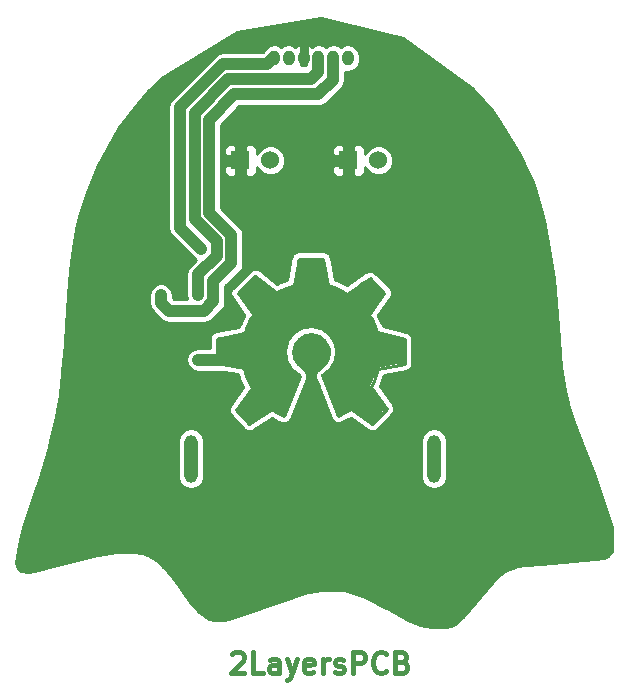
<source format=gbr>
G04 #@! TF.FileFunction,Copper,L1,Top,Signal*
%FSLAX46Y46*%
G04 Gerber Fmt 4.6, Leading zero omitted, Abs format (unit mm)*
G04 Created by KiCad (PCBNEW 201610121319+7306~55~ubuntu14.04.1-) date Wed Oct 19 15:16:13 2016*
%MOMM*%
%LPD*%
G01*
G04 APERTURE LIST*
%ADD10C,0.100000*%
%ADD11C,0.381000*%
%ADD12C,0.500000*%
%ADD13C,2.000000*%
%ADD14C,0.254000*%
%ADD15O,1.110000X4.060000*%
%ADD16C,1.524000*%
%ADD17O,1.000000X1.300000*%
%ADD18R,1.524000X1.524000*%
%ADD19C,0.600000*%
%ADD20C,1.016000*%
G04 APERTURE END LIST*
D10*
D11*
X99335166Y-104034166D02*
X99419833Y-103949500D01*
X99589166Y-103864833D01*
X100012500Y-103864833D01*
X100181833Y-103949500D01*
X100266500Y-104034166D01*
X100351166Y-104203500D01*
X100351166Y-104372833D01*
X100266500Y-104626833D01*
X99250500Y-105642833D01*
X100351166Y-105642833D01*
X101959833Y-105642833D02*
X101113166Y-105642833D01*
X101113166Y-103864833D01*
X103314500Y-105642833D02*
X103314500Y-104711500D01*
X103229833Y-104542166D01*
X103060500Y-104457500D01*
X102721833Y-104457500D01*
X102552500Y-104542166D01*
X103314500Y-105558166D02*
X103145166Y-105642833D01*
X102721833Y-105642833D01*
X102552500Y-105558166D01*
X102467833Y-105388833D01*
X102467833Y-105219500D01*
X102552500Y-105050166D01*
X102721833Y-104965500D01*
X103145166Y-104965500D01*
X103314500Y-104880833D01*
X103991833Y-104457500D02*
X104415166Y-105642833D01*
X104838500Y-104457500D02*
X104415166Y-105642833D01*
X104245833Y-106066166D01*
X104161166Y-106150833D01*
X103991833Y-106235500D01*
X106193166Y-105558166D02*
X106023833Y-105642833D01*
X105685166Y-105642833D01*
X105515833Y-105558166D01*
X105431166Y-105388833D01*
X105431166Y-104711500D01*
X105515833Y-104542166D01*
X105685166Y-104457500D01*
X106023833Y-104457500D01*
X106193166Y-104542166D01*
X106277833Y-104711500D01*
X106277833Y-104880833D01*
X105431166Y-105050166D01*
X107039833Y-105642833D02*
X107039833Y-104457500D01*
X107039833Y-104796166D02*
X107124500Y-104626833D01*
X107209166Y-104542166D01*
X107378500Y-104457500D01*
X107547833Y-104457500D01*
X108055833Y-105558166D02*
X108225166Y-105642833D01*
X108563833Y-105642833D01*
X108733166Y-105558166D01*
X108817833Y-105388833D01*
X108817833Y-105304166D01*
X108733166Y-105134833D01*
X108563833Y-105050166D01*
X108309833Y-105050166D01*
X108140500Y-104965500D01*
X108055833Y-104796166D01*
X108055833Y-104711500D01*
X108140500Y-104542166D01*
X108309833Y-104457500D01*
X108563833Y-104457500D01*
X108733166Y-104542166D01*
X109579833Y-105642833D02*
X109579833Y-103864833D01*
X110257166Y-103864833D01*
X110426500Y-103949500D01*
X110511166Y-104034166D01*
X110595833Y-104203500D01*
X110595833Y-104457500D01*
X110511166Y-104626833D01*
X110426500Y-104711500D01*
X110257166Y-104796166D01*
X109579833Y-104796166D01*
X112373833Y-105473500D02*
X112289166Y-105558166D01*
X112035166Y-105642833D01*
X111865833Y-105642833D01*
X111611833Y-105558166D01*
X111442500Y-105388833D01*
X111357833Y-105219500D01*
X111273166Y-104880833D01*
X111273166Y-104626833D01*
X111357833Y-104288166D01*
X111442500Y-104118833D01*
X111611833Y-103949500D01*
X111865833Y-103864833D01*
X112035166Y-103864833D01*
X112289166Y-103949500D01*
X112373833Y-104034166D01*
X113728500Y-104711500D02*
X113982500Y-104796166D01*
X114067166Y-104880833D01*
X114151833Y-105050166D01*
X114151833Y-105304166D01*
X114067166Y-105473500D01*
X113982500Y-105558166D01*
X113813166Y-105642833D01*
X113135833Y-105642833D01*
X113135833Y-103864833D01*
X113728500Y-103864833D01*
X113897833Y-103949500D01*
X113982500Y-104034166D01*
X114067166Y-104203500D01*
X114067166Y-104372833D01*
X113982500Y-104542166D01*
X113897833Y-104626833D01*
X113728500Y-104711500D01*
X113135833Y-104711500D01*
D12*
X111556800Y-79578200D02*
X110566200Y-81965800D01*
X109829600Y-80289400D02*
X112242600Y-83235800D01*
X108077000Y-81889600D02*
X111252000Y-84328000D01*
X108458000Y-83540600D02*
X109474000Y-82804000D01*
X108534200Y-77800200D02*
X108127800Y-80441800D01*
X113741200Y-79222600D02*
X108940600Y-79349600D01*
X113715800Y-79171800D02*
X110769400Y-79756000D01*
X113766600Y-77444600D02*
X113792000Y-79324200D01*
X110413800Y-76631800D02*
X113766600Y-77546200D01*
X110159800Y-76911200D02*
X113842800Y-77622400D01*
X110693200Y-75234800D02*
X111785400Y-77698600D01*
X108839000Y-77673200D02*
X111988600Y-73431400D01*
X110947200Y-72567800D02*
X111963200Y-73558400D01*
X108102400Y-74777600D02*
X111023400Y-72466200D01*
X107035600Y-72771000D02*
X109601000Y-74066400D01*
X107442000Y-74625200D02*
X106857800Y-70764400D01*
X106934000Y-70789800D02*
X105130600Y-70789800D01*
X104648000Y-75590400D02*
X105232200Y-70739000D01*
X103022400Y-73634600D02*
X104698800Y-72948800D01*
X104089200Y-74345800D02*
X101371400Y-72237600D01*
X104216200Y-75006200D02*
X101320600Y-72364600D01*
X102514400Y-76758800D02*
X100152200Y-73406000D01*
X100457000Y-77241400D02*
X101523800Y-74828400D01*
X102870000Y-76936600D02*
X98272600Y-77495400D01*
X98272600Y-79222600D02*
X98298000Y-77444600D01*
X102311200Y-79527400D02*
X98348800Y-78917800D01*
X102082600Y-80010000D02*
X98323400Y-79197200D01*
X103835200Y-79400400D02*
X103581200Y-78435200D01*
X101320600Y-81407000D02*
X100660200Y-79781400D01*
X104317800Y-80213200D02*
X102920800Y-83235800D01*
X104571800Y-80365600D02*
X103276400Y-83337400D01*
X104902000Y-80467200D02*
X103606600Y-83591400D01*
X103733600Y-79502000D02*
X104267000Y-80314800D01*
X100076000Y-83337400D02*
X102057200Y-80340200D01*
X103149400Y-82702400D02*
X100863400Y-84302600D01*
X99923600Y-83286600D02*
X100863400Y-84328000D01*
D13*
X109093000Y-79502000D02*
X110617000Y-80010000D01*
X108077000Y-80772000D02*
X108839000Y-82550000D01*
X108839000Y-77216000D02*
X110363000Y-76454000D01*
X107061000Y-75438000D02*
X107823000Y-73914000D01*
X104775000Y-75692000D02*
X104267000Y-73914000D01*
X103251000Y-77216000D02*
X101727000Y-76454000D01*
X101473000Y-80264000D02*
X102997000Y-79502000D01*
X103505000Y-80518000D02*
X100965000Y-83312000D01*
X102997000Y-78232000D02*
X99187000Y-78232000D01*
X106045000Y-71628000D02*
X106045000Y-75438000D01*
X103759000Y-76200000D02*
X101219000Y-73406000D01*
X110871000Y-73406000D02*
X108077000Y-76200000D01*
X112903000Y-78232000D02*
X109093000Y-78232000D01*
X111125000Y-83312000D02*
X108585000Y-80264000D01*
D14*
X109423200Y-83261200D02*
X108915200Y-83566000D01*
X108915200Y-83566000D02*
X108356400Y-83845400D01*
X112445800Y-83261200D02*
X111252000Y-84556600D01*
X111709200Y-79883000D02*
X111556800Y-80441800D01*
X111556800Y-80441800D02*
X111379000Y-80873600D01*
X111379000Y-80873600D02*
X111125000Y-81381600D01*
X109423200Y-83261200D02*
X111226600Y-84556600D01*
X111125000Y-81381600D02*
X112445800Y-83261200D01*
X113969800Y-77343000D02*
X113969800Y-79451200D01*
X110921800Y-75285600D02*
X111175800Y-75692000D01*
X111175800Y-75692000D02*
X111429800Y-76225400D01*
X111429800Y-76225400D02*
X111633000Y-76784200D01*
X111734600Y-79883000D02*
X113969800Y-79451200D01*
X111633000Y-76784200D02*
X113969800Y-77343000D01*
X107518200Y-72821800D02*
X107975400Y-72974200D01*
X107975400Y-72974200D02*
X108483400Y-73177400D01*
X108483400Y-73177400D02*
X109093000Y-73507600D01*
X112268000Y-73431400D02*
X111048800Y-72212200D01*
X112268000Y-73431400D02*
X110921800Y-75285600D01*
X109118400Y-73507600D02*
X110998000Y-72237600D01*
X103124000Y-73431400D02*
X103505000Y-73228200D01*
X103505000Y-73228200D02*
X104038400Y-72999600D01*
X104038400Y-72999600D02*
X104597200Y-72821800D01*
X107086400Y-70561200D02*
X105003600Y-70561200D01*
X107086400Y-70561200D02*
X107518200Y-72821800D01*
X105003600Y-70561200D02*
X104597200Y-72821800D01*
X101142800Y-75285600D02*
X100914200Y-75692000D01*
X100914200Y-75692000D02*
X100584000Y-76403200D01*
X100431600Y-76885800D02*
X100584000Y-76403200D01*
X99847400Y-73456800D02*
X101346000Y-72034400D01*
X101346000Y-72034400D02*
X103124000Y-73406000D01*
X99847400Y-73456800D02*
X101142800Y-75260200D01*
X101041200Y-81508600D02*
X100761800Y-80975200D01*
X100761800Y-80975200D02*
X100558600Y-80492600D01*
X100558600Y-80492600D02*
X100355400Y-79806800D01*
X98094800Y-79375000D02*
X98094800Y-77317600D01*
X100406200Y-76885800D02*
X98094800Y-77317600D01*
X100355400Y-79806800D02*
X98094800Y-79375000D01*
X101041200Y-81508600D02*
X99695000Y-83362800D01*
X99695000Y-83362800D02*
X100812600Y-84556600D01*
X103124000Y-83540600D02*
X102819200Y-83362800D01*
X102819200Y-83362800D02*
X102717600Y-83286600D01*
X102717600Y-83286600D02*
X100812600Y-84556600D01*
X103759000Y-83870800D02*
X103403400Y-83693000D01*
X103403400Y-83693000D02*
X103124000Y-83540600D01*
X107010200Y-80441800D02*
X108356400Y-83845400D01*
X105105200Y-80467200D02*
X103759000Y-83870800D01*
X108229400Y-78562200D02*
G75*
G03X106121200Y-76301600I-2184400J76200D01*
G01*
X106959400Y-76504800D02*
G75*
G03X104063800Y-77571600I-914400J-1981200D01*
G01*
X107010200Y-80441800D02*
G75*
G03X108000800Y-77520800I-965200J1955800D01*
G01*
X104089200Y-77546200D02*
G75*
G03X105105200Y-80441800I1955800J-939800D01*
G01*
D15*
X116459000Y-87503000D03*
X95885000Y-87503000D03*
D16*
X106045000Y-71882000D03*
D17*
X102920000Y-53594000D03*
X104170000Y-53594000D03*
X105420000Y-53594000D03*
X106670000Y-53594000D03*
X107920000Y-53594000D03*
X109170000Y-53594000D03*
D18*
X100076000Y-62230000D03*
D16*
X102616000Y-62230000D03*
X111760000Y-62230000D03*
D18*
X109220000Y-62230000D03*
D19*
X123571000Y-65405000D03*
X122809000Y-64643000D03*
X122047000Y-63881000D03*
X121285000Y-63119000D03*
X120523000Y-62357000D03*
X119824500Y-61658500D03*
X119126000Y-60960000D03*
X118491000Y-60325000D03*
X117856000Y-59690000D03*
X90297000Y-81407000D03*
X90297000Y-73787000D03*
X90297000Y-74549000D03*
X90297000Y-75311000D03*
X90297000Y-76073000D03*
X90297000Y-76835000D03*
X90297000Y-77597000D03*
X90297000Y-78359000D03*
X90297000Y-79121000D03*
X90297000Y-79883000D03*
X90297000Y-80645000D03*
X127000000Y-92456000D03*
X125603000Y-92456000D03*
X124206000Y-92456000D03*
X122936000Y-92456000D03*
X121539000Y-92456000D03*
X120142000Y-92456000D03*
X118745000Y-92456000D03*
X117475000Y-92456000D03*
X116205000Y-92456000D03*
X114935000Y-92456000D03*
X86487000Y-92456000D03*
X87503000Y-92456000D03*
X88519000Y-92456000D03*
X89535000Y-92456000D03*
X90678000Y-92456000D03*
X91694000Y-92456000D03*
X92837000Y-92456000D03*
X93853000Y-92456000D03*
X94996000Y-92456000D03*
X96012000Y-92456000D03*
X97028000Y-92456000D03*
X98044000Y-92456000D03*
X112522000Y-81153000D03*
X113157000Y-80518000D03*
X115951000Y-77724000D03*
X115189000Y-78486000D03*
X113284000Y-70866000D03*
X112649000Y-70866000D03*
X112014000Y-70866000D03*
X111379000Y-70866000D03*
X110744000Y-70866000D03*
X110109000Y-70866000D03*
X109474000Y-70866000D03*
X94869000Y-70993000D03*
X96520000Y-79121000D03*
X93345000Y-73660000D03*
X96520000Y-73634600D03*
X96774000Y-69723000D03*
D20*
X106045000Y-71882000D02*
X106045000Y-73406000D01*
X100330000Y-79121000D02*
X96520000Y-79121000D01*
X106045000Y-73406000D02*
X100330000Y-79121000D01*
X93345000Y-73660000D02*
X93345000Y-74295000D01*
X93345000Y-74295000D02*
X94043500Y-74993500D01*
X99314000Y-70942202D02*
X99314000Y-68580000D01*
X94043500Y-74993500D02*
X96964500Y-74993500D01*
X96964500Y-74993500D02*
X97790000Y-74168000D01*
X97790000Y-74168000D02*
X97790000Y-72466202D01*
X97409000Y-58801000D02*
X99568000Y-56642000D01*
X97790000Y-72466202D02*
X99314000Y-70942202D01*
X99314000Y-68580000D02*
X97409000Y-66675000D01*
X97409000Y-66675000D02*
X97409000Y-58801000D01*
X99568000Y-56642000D02*
X106680000Y-56642000D01*
X106680000Y-56642000D02*
X107920000Y-55402000D01*
X107920000Y-55402000D02*
X107920000Y-53594000D01*
X106670000Y-54747000D02*
X106670000Y-53594000D01*
X99060000Y-55372000D02*
X106045000Y-55372000D01*
X106045000Y-55372000D02*
X106670000Y-54747000D01*
X96189789Y-58242211D02*
X99060000Y-55372000D01*
X96189789Y-67180013D02*
X96189789Y-58242211D01*
X98094789Y-69085013D02*
X96189789Y-67180013D01*
X98094789Y-70307211D02*
X98094789Y-69085013D01*
X96520000Y-73634600D02*
X96520000Y-71882000D01*
X96520000Y-71882000D02*
X98094789Y-70307211D01*
X96774000Y-69723000D02*
X94970580Y-67919580D01*
X94970580Y-67919580D02*
X94970580Y-57737196D01*
X94970580Y-57737196D02*
X98605776Y-54102000D01*
X102362000Y-54102000D02*
X102870000Y-53594000D01*
X98605776Y-54102000D02*
X102362000Y-54102000D01*
X102870000Y-53594000D02*
X102920000Y-53594000D01*
D14*
G36*
X113851172Y-51854365D02*
X119709014Y-56096463D01*
X121345059Y-58001113D01*
X122051897Y-58976061D01*
X123670310Y-61615319D01*
X124810363Y-64093697D01*
X124973147Y-64558792D01*
X125772089Y-67255221D01*
X126397300Y-70631358D01*
X126596594Y-72300447D01*
X127002002Y-77393388D01*
X127002814Y-77396259D01*
X127002494Y-77399223D01*
X127205694Y-79685222D01*
X127210929Y-79703090D01*
X127210001Y-79721685D01*
X127438601Y-81271085D01*
X127447001Y-81294620D01*
X127447698Y-81319599D01*
X127777897Y-82767399D01*
X127788712Y-82791579D01*
X127791628Y-82817901D01*
X128274228Y-84341901D01*
X128283616Y-84358962D01*
X128286926Y-84378152D01*
X128794925Y-85698951D01*
X128796535Y-85701499D01*
X128797075Y-85704463D01*
X130085270Y-88962839D01*
X131488317Y-93272198D01*
X131523985Y-93468374D01*
X131572000Y-94452682D01*
X131572000Y-95053294D01*
X131514335Y-95312786D01*
X131219208Y-95716643D01*
X130864487Y-95855447D01*
X130115775Y-95991576D01*
X125496892Y-96395413D01*
X125495300Y-96395877D01*
X125493654Y-96395705D01*
X124122054Y-96522705D01*
X124096697Y-96530235D01*
X124070246Y-96529662D01*
X123206646Y-96682062D01*
X123136920Y-96709188D01*
X123063809Y-96725060D01*
X122479609Y-96979061D01*
X122420857Y-97019816D01*
X122356119Y-97050189D01*
X121873519Y-97405790D01*
X121823446Y-97460693D01*
X121765314Y-97506987D01*
X118873521Y-100926847D01*
X118274859Y-101458991D01*
X117898636Y-101665913D01*
X117469737Y-101777800D01*
X116246874Y-101777800D01*
X115302072Y-101575342D01*
X114222473Y-101129421D01*
X112452686Y-100132358D01*
X112435972Y-100126880D01*
X112422019Y-100116167D01*
X110466219Y-99150967D01*
X110420871Y-99138802D01*
X110379847Y-99115968D01*
X108881247Y-98633369D01*
X108788225Y-98622605D01*
X108696679Y-98602880D01*
X107096478Y-98577480D01*
X107031641Y-98589310D01*
X106965736Y-98588970D01*
X105390936Y-98893770D01*
X105347588Y-98911464D01*
X105301235Y-98918058D01*
X99617754Y-100913591D01*
X98732654Y-101123220D01*
X97916965Y-101187617D01*
X97403137Y-101063589D01*
X96586942Y-100462182D01*
X95799349Y-99628260D01*
X95219552Y-98758565D01*
X95211204Y-98750200D01*
X95206297Y-98739451D01*
X94418897Y-97647251D01*
X94398118Y-97627901D01*
X94384091Y-97603214D01*
X93571291Y-96663414D01*
X93552936Y-96649128D01*
X93540013Y-96629787D01*
X93260613Y-96350387D01*
X93206607Y-96314301D01*
X93160328Y-96268727D01*
X92271328Y-95684527D01*
X92169179Y-95643130D01*
X92068946Y-95597294D01*
X91103746Y-95368694D01*
X91029888Y-95366019D01*
X90957400Y-95351600D01*
X89763600Y-95351600D01*
X89707350Y-95362789D01*
X89650008Y-95361843D01*
X87973608Y-95666643D01*
X87956126Y-95673549D01*
X87937342Y-95674336D01*
X82633089Y-96962512D01*
X82046206Y-97046352D01*
X81472715Y-96956744D01*
X81262717Y-96809746D01*
X81109835Y-96320522D01*
X81198245Y-95193290D01*
X81562088Y-93592384D01*
X82009414Y-92250405D01*
X83076214Y-89050004D01*
X83077325Y-89041190D01*
X83081510Y-89033355D01*
X83843510Y-86518755D01*
X83845233Y-86501212D01*
X83852675Y-86485232D01*
X83976466Y-85978278D01*
X94822000Y-85978278D01*
X94822000Y-89027722D01*
X94902916Y-89434514D01*
X95133345Y-89779377D01*
X95478208Y-90009806D01*
X95885000Y-90090722D01*
X96291792Y-90009806D01*
X96636655Y-89779377D01*
X96867084Y-89434514D01*
X96948000Y-89027722D01*
X96948000Y-85978278D01*
X115396000Y-85978278D01*
X115396000Y-89027722D01*
X115476916Y-89434514D01*
X115707345Y-89779377D01*
X116052208Y-90009806D01*
X116459000Y-90090722D01*
X116865792Y-90009806D01*
X117210655Y-89779377D01*
X117441084Y-89434514D01*
X117522000Y-89027722D01*
X117522000Y-85978278D01*
X117441084Y-85571486D01*
X117210655Y-85226623D01*
X116865792Y-84996194D01*
X116459000Y-84915278D01*
X116052208Y-84996194D01*
X115707345Y-85226623D01*
X115476916Y-85571486D01*
X115396000Y-85978278D01*
X96948000Y-85978278D01*
X96867084Y-85571486D01*
X96636655Y-85226623D01*
X96291792Y-84996194D01*
X95885000Y-84915278D01*
X95478208Y-84996194D01*
X95133345Y-85226623D01*
X94902916Y-85571486D01*
X94822000Y-85978278D01*
X83976466Y-85978278D01*
X84386075Y-84300832D01*
X84387002Y-84279358D01*
X84394756Y-84259309D01*
X84775756Y-82074908D01*
X84775246Y-82053355D01*
X84781658Y-82032773D01*
X84959458Y-80356373D01*
X84959235Y-80353918D01*
X84959950Y-80351559D01*
X85080988Y-79121000D01*
X95504000Y-79121000D01*
X95581338Y-79509806D01*
X95801580Y-79839420D01*
X96131194Y-80059662D01*
X96520000Y-80137000D01*
X98699578Y-80137000D01*
X99856422Y-80357970D01*
X99949763Y-80672996D01*
X99966252Y-80704332D01*
X99973362Y-80739016D01*
X100176561Y-81221616D01*
X100191682Y-81243963D01*
X100199297Y-81269844D01*
X100295915Y-81454296D01*
X99181148Y-82989730D01*
X99154198Y-83048241D01*
X99116661Y-83100598D01*
X99102872Y-83159673D01*
X99077495Y-83214770D01*
X99074987Y-83279143D01*
X99060345Y-83341877D01*
X99070212Y-83401729D01*
X99067851Y-83462347D01*
X99090169Y-83522780D01*
X99100648Y-83586342D01*
X99132669Y-83637862D01*
X99153685Y-83694770D01*
X99197432Y-83742062D01*
X99231436Y-83796774D01*
X100349037Y-84990575D01*
X100408005Y-85032852D01*
X100459260Y-85084214D01*
X100507736Y-85104353D01*
X100550398Y-85134939D01*
X100621061Y-85151432D01*
X100688066Y-85179269D01*
X100740557Y-85179324D01*
X100791678Y-85191256D01*
X100863275Y-85179452D01*
X100935831Y-85179528D01*
X100984347Y-85159491D01*
X101036143Y-85150952D01*
X101097772Y-85112648D01*
X101164835Y-85084952D01*
X102726480Y-84043855D01*
X102804042Y-84089100D01*
X102812810Y-84092120D01*
X102819929Y-84098064D01*
X103099329Y-84250464D01*
X103110322Y-84253901D01*
X103119419Y-84260961D01*
X103475019Y-84438761D01*
X103501968Y-84446141D01*
X103525448Y-84461290D01*
X103620651Y-84478643D01*
X103713985Y-84504203D01*
X103741707Y-84500708D01*
X103769197Y-84505719D01*
X103863797Y-84485317D01*
X103959805Y-84473214D01*
X103984080Y-84459376D01*
X104011393Y-84453486D01*
X104090978Y-84398440D01*
X104175054Y-84350514D01*
X104192186Y-84328439D01*
X104215166Y-84312545D01*
X104267630Y-84231229D01*
X104326961Y-84154781D01*
X104334341Y-84127832D01*
X104349490Y-84104352D01*
X105695690Y-80700752D01*
X105710328Y-80620446D01*
X105720209Y-80599882D01*
X105722880Y-80551581D01*
X105740119Y-80457003D01*
X105730561Y-80412683D01*
X105733889Y-80352494D01*
X105691568Y-80231880D01*
X105687886Y-80214806D01*
X105683200Y-80208032D01*
X105651857Y-80118703D01*
X105486602Y-79934102D01*
X104910675Y-79501445D01*
X104608427Y-78990061D01*
X104524884Y-78401937D01*
X104677827Y-77806918D01*
X105003810Y-77358655D01*
X105514481Y-77046024D01*
X106105921Y-76952614D01*
X106693716Y-77094004D01*
X107169994Y-77436847D01*
X107436235Y-77867053D01*
X107529312Y-78214018D01*
X107567194Y-78446569D01*
X107497317Y-78978527D01*
X107198286Y-79496812D01*
X106623491Y-79938133D01*
X106599301Y-79965733D01*
X106568455Y-79985634D01*
X106518295Y-80058155D01*
X106460182Y-80124459D01*
X106448394Y-80159219D01*
X106427514Y-80189407D01*
X106408926Y-80275598D01*
X106380608Y-80359098D01*
X106383019Y-80395723D01*
X106375281Y-80431603D01*
X106391092Y-80518345D01*
X106396884Y-80606328D01*
X106413128Y-80639244D01*
X106419710Y-80675352D01*
X106688674Y-81355374D01*
X106690929Y-81366030D01*
X106716341Y-81425324D01*
X107765910Y-84078952D01*
X107781059Y-84102432D01*
X107788439Y-84129381D01*
X107847770Y-84205829D01*
X107900234Y-84287145D01*
X107923214Y-84303039D01*
X107940346Y-84325114D01*
X108024422Y-84373040D01*
X108104007Y-84428086D01*
X108131320Y-84433976D01*
X108155595Y-84447814D01*
X108251603Y-84459917D01*
X108346203Y-84480319D01*
X108373693Y-84475308D01*
X108401415Y-84478803D01*
X108494749Y-84453243D01*
X108589952Y-84435890D01*
X108613432Y-84420741D01*
X108640381Y-84413361D01*
X109199180Y-84133961D01*
X109218673Y-84118833D01*
X109241905Y-84110508D01*
X109391864Y-84020533D01*
X110856141Y-85072337D01*
X111081704Y-85174848D01*
X111199993Y-85178855D01*
X111277897Y-85191072D01*
X111312656Y-85182671D01*
X111329327Y-85183236D01*
X111363768Y-85170318D01*
X111518728Y-85132866D01*
X111718951Y-84986927D01*
X112912751Y-83691527D01*
X112942508Y-83642801D01*
X112981924Y-83601489D01*
X113006457Y-83538089D01*
X113041886Y-83480076D01*
X113050732Y-83423671D01*
X113071337Y-83370421D01*
X113069740Y-83302459D01*
X113080272Y-83235303D01*
X113066859Y-83179806D01*
X113065518Y-83122724D01*
X113038036Y-83060549D01*
X113022066Y-82994472D01*
X112988434Y-82948330D01*
X112965352Y-82896109D01*
X111862452Y-81326599D01*
X111946961Y-81157581D01*
X111953164Y-81134931D01*
X111966171Y-81115376D01*
X112143970Y-80683576D01*
X112151655Y-80644512D01*
X112169425Y-80608880D01*
X112216392Y-80436667D01*
X114090244Y-80074673D01*
X114149762Y-80050404D01*
X114212804Y-80037864D01*
X114263364Y-80004081D01*
X114319668Y-79981122D01*
X114365368Y-79935924D01*
X114418813Y-79900213D01*
X114452596Y-79849654D01*
X114495829Y-79806895D01*
X114520754Y-79747648D01*
X114556464Y-79694204D01*
X114568327Y-79634566D01*
X114591906Y-79578517D01*
X114592261Y-79514240D01*
X114604800Y-79451200D01*
X114604800Y-77343000D01*
X114594957Y-77293517D01*
X114596893Y-77243102D01*
X114571015Y-77173150D01*
X114556464Y-77099996D01*
X114528434Y-77058046D01*
X114510929Y-77010728D01*
X114460251Y-76956003D01*
X114418813Y-76893987D01*
X114376864Y-76865958D01*
X114342583Y-76828939D01*
X114274819Y-76797773D01*
X114212804Y-76756336D01*
X114163321Y-76746493D01*
X114117484Y-76725412D01*
X112113000Y-76246079D01*
X112026569Y-76008393D01*
X112010652Y-75982145D01*
X112003116Y-75952392D01*
X111749116Y-75418992D01*
X111727246Y-75389665D01*
X111714279Y-75355450D01*
X111687225Y-75312164D01*
X112781852Y-73804470D01*
X112813128Y-73736567D01*
X112854664Y-73674404D01*
X112864472Y-73625094D01*
X112885505Y-73579430D01*
X112888415Y-73504724D01*
X112903000Y-73431400D01*
X112893192Y-73382092D01*
X112895149Y-73331853D01*
X112869249Y-73261720D01*
X112854664Y-73188396D01*
X112826733Y-73146594D01*
X112809315Y-73099430D01*
X112758547Y-73044547D01*
X112717013Y-72982387D01*
X111497813Y-71763187D01*
X111291804Y-71625536D01*
X111048800Y-71577200D01*
X110805796Y-71625536D01*
X110736106Y-71672101D01*
X110642491Y-71711446D01*
X109070797Y-72773402D01*
X108785840Y-72619050D01*
X108750362Y-72608072D01*
X108719233Y-72587817D01*
X108211233Y-72384617D01*
X108192638Y-72381153D01*
X108176205Y-72371786D01*
X108072094Y-72337082D01*
X107710124Y-70442062D01*
X107685732Y-70381882D01*
X107673064Y-70318196D01*
X107639648Y-70268186D01*
X107617054Y-70212442D01*
X107571488Y-70166177D01*
X107535413Y-70112187D01*
X107485403Y-70078771D01*
X107443196Y-70035917D01*
X107383395Y-70010612D01*
X107329404Y-69974536D01*
X107270411Y-69962802D01*
X107215019Y-69939362D01*
X107150086Y-69938868D01*
X107086400Y-69926200D01*
X105003600Y-69926200D01*
X104936572Y-69939533D01*
X104868234Y-69940795D01*
X104816232Y-69963469D01*
X104760596Y-69974536D01*
X104703769Y-70012507D01*
X104641119Y-70039824D01*
X104601754Y-70080671D01*
X104554587Y-70112187D01*
X104516618Y-70169012D01*
X104469189Y-70218226D01*
X104448452Y-70271030D01*
X104416936Y-70318196D01*
X104403603Y-70385229D01*
X104378619Y-70448844D01*
X104039941Y-72332741D01*
X103845866Y-72394492D01*
X103818662Y-72409510D01*
X103788261Y-72415943D01*
X103254861Y-72644543D01*
X103232330Y-72659998D01*
X103206643Y-72667765D01*
X101733860Y-71531618D01*
X101666053Y-71497962D01*
X101604221Y-71454272D01*
X101556109Y-71443390D01*
X101511930Y-71421462D01*
X101436404Y-71416316D01*
X101362560Y-71399615D01*
X101313945Y-71407973D01*
X101264738Y-71404621D01*
X101192992Y-71428769D01*
X101118378Y-71441598D01*
X101076665Y-71467923D01*
X101029918Y-71483657D01*
X100972871Y-71533427D01*
X100908850Y-71573830D01*
X99410249Y-72996231D01*
X99363312Y-73062659D01*
X99307776Y-73122089D01*
X99292452Y-73162944D01*
X99267273Y-73198579D01*
X99249330Y-73277913D01*
X99220764Y-73354073D01*
X99222241Y-73397683D01*
X99212616Y-73440240D01*
X99226398Y-73520400D01*
X99229152Y-73601696D01*
X99247205Y-73641420D01*
X99254599Y-73684423D01*
X99298010Y-73753210D01*
X99331663Y-73827259D01*
X100398850Y-75312951D01*
X100360750Y-75380684D01*
X100352987Y-75404423D01*
X100338249Y-75424594D01*
X100008049Y-76135794D01*
X99998317Y-76175852D01*
X99978475Y-76211982D01*
X99942320Y-76326474D01*
X97978191Y-76693399D01*
X97916734Y-76718019D01*
X97851796Y-76730936D01*
X97802845Y-76763644D01*
X97748196Y-76785537D01*
X97700837Y-76831803D01*
X97645787Y-76868587D01*
X97613079Y-76917538D01*
X97570968Y-76958678D01*
X97544920Y-77019545D01*
X97508136Y-77074596D01*
X97496651Y-77132336D01*
X97473488Y-77186461D01*
X97472716Y-77252666D01*
X97459800Y-77317600D01*
X97459800Y-78105000D01*
X96520000Y-78105000D01*
X96131194Y-78182338D01*
X95801580Y-78402580D01*
X95581338Y-78732194D01*
X95504000Y-79121000D01*
X85080988Y-79121000D01*
X85112350Y-78802159D01*
X85111550Y-78794044D01*
X85113719Y-78786179D01*
X85487502Y-73660000D01*
X92329000Y-73660000D01*
X92329000Y-74295000D01*
X92384350Y-74573262D01*
X92406338Y-74683807D01*
X92626580Y-75013420D01*
X93325079Y-75711920D01*
X93654693Y-75932162D01*
X93719200Y-75944993D01*
X94043500Y-76009500D01*
X96964500Y-76009500D01*
X97288800Y-75944993D01*
X97353307Y-75932162D01*
X97682920Y-75711920D01*
X98508420Y-74886421D01*
X98728661Y-74556807D01*
X98728662Y-74556806D01*
X98806000Y-74168000D01*
X98806000Y-72887042D01*
X100032420Y-71660623D01*
X100252661Y-71331009D01*
X100252662Y-71331008D01*
X100330000Y-70942202D01*
X100330000Y-68580000D01*
X100252662Y-68191194D01*
X100252662Y-68191193D01*
X100032421Y-67861580D01*
X98425000Y-66254160D01*
X98425000Y-62769750D01*
X98679000Y-62769750D01*
X98679000Y-63118310D01*
X98775673Y-63351699D01*
X98954302Y-63530327D01*
X99187691Y-63627000D01*
X99536250Y-63627000D01*
X99695000Y-63468250D01*
X99695000Y-62611000D01*
X98837750Y-62611000D01*
X98679000Y-62769750D01*
X98425000Y-62769750D01*
X98425000Y-61341690D01*
X98679000Y-61341690D01*
X98679000Y-61690250D01*
X98837750Y-61849000D01*
X99695000Y-61849000D01*
X99695000Y-60991750D01*
X100457000Y-60991750D01*
X100457000Y-61849000D01*
X100604000Y-61849000D01*
X100604000Y-62611000D01*
X100457000Y-62611000D01*
X100457000Y-63468250D01*
X100615750Y-63627000D01*
X100964309Y-63627000D01*
X101197698Y-63530327D01*
X101376327Y-63351699D01*
X101473000Y-63118310D01*
X101473000Y-62789407D01*
X101538718Y-62948458D01*
X101895663Y-63306026D01*
X102362273Y-63499779D01*
X102867510Y-63500220D01*
X103334458Y-63307282D01*
X103692026Y-62950337D01*
X103767012Y-62769750D01*
X107823000Y-62769750D01*
X107823000Y-63118310D01*
X107919673Y-63351699D01*
X108098302Y-63530327D01*
X108331691Y-63627000D01*
X108680250Y-63627000D01*
X108839000Y-63468250D01*
X108839000Y-62611000D01*
X107981750Y-62611000D01*
X107823000Y-62769750D01*
X103767012Y-62769750D01*
X103885779Y-62483727D01*
X103886220Y-61978490D01*
X103693282Y-61511542D01*
X103523726Y-61341690D01*
X107823000Y-61341690D01*
X107823000Y-61690250D01*
X107981750Y-61849000D01*
X108839000Y-61849000D01*
X108839000Y-60991750D01*
X109601000Y-60991750D01*
X109601000Y-61849000D01*
X109748000Y-61849000D01*
X109748000Y-62611000D01*
X109601000Y-62611000D01*
X109601000Y-63468250D01*
X109759750Y-63627000D01*
X110108309Y-63627000D01*
X110341698Y-63530327D01*
X110520327Y-63351699D01*
X110617000Y-63118310D01*
X110617000Y-62789407D01*
X110682718Y-62948458D01*
X111039663Y-63306026D01*
X111506273Y-63499779D01*
X112011510Y-63500220D01*
X112478458Y-63307282D01*
X112836026Y-62950337D01*
X113029779Y-62483727D01*
X113030220Y-61978490D01*
X112837282Y-61511542D01*
X112480337Y-61153974D01*
X112013727Y-60960221D01*
X111508490Y-60959780D01*
X111041542Y-61152718D01*
X110683974Y-61509663D01*
X110617000Y-61670955D01*
X110617000Y-61341690D01*
X110520327Y-61108301D01*
X110341698Y-60929673D01*
X110108309Y-60833000D01*
X109759750Y-60833000D01*
X109601000Y-60991750D01*
X108839000Y-60991750D01*
X108680250Y-60833000D01*
X108331691Y-60833000D01*
X108098302Y-60929673D01*
X107919673Y-61108301D01*
X107823000Y-61341690D01*
X103523726Y-61341690D01*
X103336337Y-61153974D01*
X102869727Y-60960221D01*
X102364490Y-60959780D01*
X101897542Y-61152718D01*
X101539974Y-61509663D01*
X101473000Y-61670955D01*
X101473000Y-61341690D01*
X101376327Y-61108301D01*
X101197698Y-60929673D01*
X100964309Y-60833000D01*
X100615750Y-60833000D01*
X100457000Y-60991750D01*
X99695000Y-60991750D01*
X99536250Y-60833000D01*
X99187691Y-60833000D01*
X98954302Y-60929673D01*
X98775673Y-61108301D01*
X98679000Y-61341690D01*
X98425000Y-61341690D01*
X98425000Y-59221840D01*
X99988841Y-57658000D01*
X106680000Y-57658000D01*
X107004300Y-57593493D01*
X107068807Y-57580662D01*
X107398420Y-57360420D01*
X108638421Y-56120420D01*
X108858662Y-55790807D01*
X108879576Y-55685662D01*
X108936000Y-55402000D01*
X108936000Y-54728142D01*
X109170000Y-54774687D01*
X109555745Y-54697958D01*
X109882764Y-54479451D01*
X110101271Y-54152432D01*
X110178000Y-53766687D01*
X110178000Y-53421313D01*
X110101271Y-53035568D01*
X109882764Y-52708549D01*
X109555745Y-52490042D01*
X109170000Y-52413313D01*
X108784255Y-52490042D01*
X108545000Y-52649907D01*
X108305745Y-52490042D01*
X107920000Y-52413313D01*
X107534255Y-52490042D01*
X107295000Y-52649907D01*
X107055745Y-52490042D01*
X106670000Y-52413313D01*
X106284255Y-52490042D01*
X106124769Y-52596607D01*
X105930675Y-52443387D01*
X105840115Y-52389614D01*
X105670000Y-52500303D01*
X105670000Y-53269000D01*
X105692297Y-53269000D01*
X105662000Y-53421313D01*
X105662000Y-53553781D01*
X105654000Y-53594000D01*
X105654000Y-54122000D01*
X105170000Y-54122000D01*
X105170000Y-53919000D01*
X105147703Y-53919000D01*
X105178000Y-53766687D01*
X105178000Y-53421313D01*
X105147703Y-53269000D01*
X105170000Y-53269000D01*
X105170000Y-52500303D01*
X104999885Y-52389614D01*
X104909325Y-52443387D01*
X104715231Y-52596607D01*
X104555745Y-52490042D01*
X104170000Y-52413313D01*
X103784255Y-52490042D01*
X103545000Y-52649907D01*
X103305745Y-52490042D01*
X102920000Y-52413313D01*
X102534255Y-52490042D01*
X102207236Y-52708549D01*
X101988729Y-53035568D01*
X101988018Y-53039141D01*
X101941159Y-53086000D01*
X98605776Y-53086000D01*
X98216970Y-53163338D01*
X98107597Y-53236419D01*
X97887355Y-53383580D01*
X94252160Y-57018776D01*
X94031918Y-57348389D01*
X94031918Y-57348390D01*
X93954580Y-57737196D01*
X93954580Y-67919580D01*
X94008607Y-68191193D01*
X94031918Y-68308387D01*
X94252160Y-68638000D01*
X96055579Y-70441420D01*
X96336220Y-70628939D01*
X95801580Y-71163580D01*
X95581338Y-71493193D01*
X95574506Y-71527540D01*
X95504000Y-71882000D01*
X95504000Y-73634600D01*
X95572207Y-73977500D01*
X94464341Y-73977500D01*
X94361000Y-73874160D01*
X94361000Y-73660000D01*
X94283662Y-73271194D01*
X94063420Y-72941580D01*
X93733806Y-72721338D01*
X93345000Y-72644000D01*
X92956194Y-72721338D01*
X92626580Y-72941580D01*
X92406338Y-73271194D01*
X92329000Y-73660000D01*
X85487502Y-73660000D01*
X85645968Y-71486761D01*
X85870779Y-69663300D01*
X86143603Y-68075956D01*
X86487902Y-66698761D01*
X86982331Y-65190755D01*
X88000633Y-62657419D01*
X89810891Y-59433672D01*
X91429318Y-57367064D01*
X92236148Y-56364638D01*
X93535412Y-55156551D01*
X93550626Y-55150911D01*
X99775186Y-51323196D01*
X106866006Y-50188837D01*
X113851172Y-51854365D01*
X113851172Y-51854365D01*
G37*
X113851172Y-51854365D02*
X119709014Y-56096463D01*
X121345059Y-58001113D01*
X122051897Y-58976061D01*
X123670310Y-61615319D01*
X124810363Y-64093697D01*
X124973147Y-64558792D01*
X125772089Y-67255221D01*
X126397300Y-70631358D01*
X126596594Y-72300447D01*
X127002002Y-77393388D01*
X127002814Y-77396259D01*
X127002494Y-77399223D01*
X127205694Y-79685222D01*
X127210929Y-79703090D01*
X127210001Y-79721685D01*
X127438601Y-81271085D01*
X127447001Y-81294620D01*
X127447698Y-81319599D01*
X127777897Y-82767399D01*
X127788712Y-82791579D01*
X127791628Y-82817901D01*
X128274228Y-84341901D01*
X128283616Y-84358962D01*
X128286926Y-84378152D01*
X128794925Y-85698951D01*
X128796535Y-85701499D01*
X128797075Y-85704463D01*
X130085270Y-88962839D01*
X131488317Y-93272198D01*
X131523985Y-93468374D01*
X131572000Y-94452682D01*
X131572000Y-95053294D01*
X131514335Y-95312786D01*
X131219208Y-95716643D01*
X130864487Y-95855447D01*
X130115775Y-95991576D01*
X125496892Y-96395413D01*
X125495300Y-96395877D01*
X125493654Y-96395705D01*
X124122054Y-96522705D01*
X124096697Y-96530235D01*
X124070246Y-96529662D01*
X123206646Y-96682062D01*
X123136920Y-96709188D01*
X123063809Y-96725060D01*
X122479609Y-96979061D01*
X122420857Y-97019816D01*
X122356119Y-97050189D01*
X121873519Y-97405790D01*
X121823446Y-97460693D01*
X121765314Y-97506987D01*
X118873521Y-100926847D01*
X118274859Y-101458991D01*
X117898636Y-101665913D01*
X117469737Y-101777800D01*
X116246874Y-101777800D01*
X115302072Y-101575342D01*
X114222473Y-101129421D01*
X112452686Y-100132358D01*
X112435972Y-100126880D01*
X112422019Y-100116167D01*
X110466219Y-99150967D01*
X110420871Y-99138802D01*
X110379847Y-99115968D01*
X108881247Y-98633369D01*
X108788225Y-98622605D01*
X108696679Y-98602880D01*
X107096478Y-98577480D01*
X107031641Y-98589310D01*
X106965736Y-98588970D01*
X105390936Y-98893770D01*
X105347588Y-98911464D01*
X105301235Y-98918058D01*
X99617754Y-100913591D01*
X98732654Y-101123220D01*
X97916965Y-101187617D01*
X97403137Y-101063589D01*
X96586942Y-100462182D01*
X95799349Y-99628260D01*
X95219552Y-98758565D01*
X95211204Y-98750200D01*
X95206297Y-98739451D01*
X94418897Y-97647251D01*
X94398118Y-97627901D01*
X94384091Y-97603214D01*
X93571291Y-96663414D01*
X93552936Y-96649128D01*
X93540013Y-96629787D01*
X93260613Y-96350387D01*
X93206607Y-96314301D01*
X93160328Y-96268727D01*
X92271328Y-95684527D01*
X92169179Y-95643130D01*
X92068946Y-95597294D01*
X91103746Y-95368694D01*
X91029888Y-95366019D01*
X90957400Y-95351600D01*
X89763600Y-95351600D01*
X89707350Y-95362789D01*
X89650008Y-95361843D01*
X87973608Y-95666643D01*
X87956126Y-95673549D01*
X87937342Y-95674336D01*
X82633089Y-96962512D01*
X82046206Y-97046352D01*
X81472715Y-96956744D01*
X81262717Y-96809746D01*
X81109835Y-96320522D01*
X81198245Y-95193290D01*
X81562088Y-93592384D01*
X82009414Y-92250405D01*
X83076214Y-89050004D01*
X83077325Y-89041190D01*
X83081510Y-89033355D01*
X83843510Y-86518755D01*
X83845233Y-86501212D01*
X83852675Y-86485232D01*
X83976466Y-85978278D01*
X94822000Y-85978278D01*
X94822000Y-89027722D01*
X94902916Y-89434514D01*
X95133345Y-89779377D01*
X95478208Y-90009806D01*
X95885000Y-90090722D01*
X96291792Y-90009806D01*
X96636655Y-89779377D01*
X96867084Y-89434514D01*
X96948000Y-89027722D01*
X96948000Y-85978278D01*
X115396000Y-85978278D01*
X115396000Y-89027722D01*
X115476916Y-89434514D01*
X115707345Y-89779377D01*
X116052208Y-90009806D01*
X116459000Y-90090722D01*
X116865792Y-90009806D01*
X117210655Y-89779377D01*
X117441084Y-89434514D01*
X117522000Y-89027722D01*
X117522000Y-85978278D01*
X117441084Y-85571486D01*
X117210655Y-85226623D01*
X116865792Y-84996194D01*
X116459000Y-84915278D01*
X116052208Y-84996194D01*
X115707345Y-85226623D01*
X115476916Y-85571486D01*
X115396000Y-85978278D01*
X96948000Y-85978278D01*
X96867084Y-85571486D01*
X96636655Y-85226623D01*
X96291792Y-84996194D01*
X95885000Y-84915278D01*
X95478208Y-84996194D01*
X95133345Y-85226623D01*
X94902916Y-85571486D01*
X94822000Y-85978278D01*
X83976466Y-85978278D01*
X84386075Y-84300832D01*
X84387002Y-84279358D01*
X84394756Y-84259309D01*
X84775756Y-82074908D01*
X84775246Y-82053355D01*
X84781658Y-82032773D01*
X84959458Y-80356373D01*
X84959235Y-80353918D01*
X84959950Y-80351559D01*
X85080988Y-79121000D01*
X95504000Y-79121000D01*
X95581338Y-79509806D01*
X95801580Y-79839420D01*
X96131194Y-80059662D01*
X96520000Y-80137000D01*
X98699578Y-80137000D01*
X99856422Y-80357970D01*
X99949763Y-80672996D01*
X99966252Y-80704332D01*
X99973362Y-80739016D01*
X100176561Y-81221616D01*
X100191682Y-81243963D01*
X100199297Y-81269844D01*
X100295915Y-81454296D01*
X99181148Y-82989730D01*
X99154198Y-83048241D01*
X99116661Y-83100598D01*
X99102872Y-83159673D01*
X99077495Y-83214770D01*
X99074987Y-83279143D01*
X99060345Y-83341877D01*
X99070212Y-83401729D01*
X99067851Y-83462347D01*
X99090169Y-83522780D01*
X99100648Y-83586342D01*
X99132669Y-83637862D01*
X99153685Y-83694770D01*
X99197432Y-83742062D01*
X99231436Y-83796774D01*
X100349037Y-84990575D01*
X100408005Y-85032852D01*
X100459260Y-85084214D01*
X100507736Y-85104353D01*
X100550398Y-85134939D01*
X100621061Y-85151432D01*
X100688066Y-85179269D01*
X100740557Y-85179324D01*
X100791678Y-85191256D01*
X100863275Y-85179452D01*
X100935831Y-85179528D01*
X100984347Y-85159491D01*
X101036143Y-85150952D01*
X101097772Y-85112648D01*
X101164835Y-85084952D01*
X102726480Y-84043855D01*
X102804042Y-84089100D01*
X102812810Y-84092120D01*
X102819929Y-84098064D01*
X103099329Y-84250464D01*
X103110322Y-84253901D01*
X103119419Y-84260961D01*
X103475019Y-84438761D01*
X103501968Y-84446141D01*
X103525448Y-84461290D01*
X103620651Y-84478643D01*
X103713985Y-84504203D01*
X103741707Y-84500708D01*
X103769197Y-84505719D01*
X103863797Y-84485317D01*
X103959805Y-84473214D01*
X103984080Y-84459376D01*
X104011393Y-84453486D01*
X104090978Y-84398440D01*
X104175054Y-84350514D01*
X104192186Y-84328439D01*
X104215166Y-84312545D01*
X104267630Y-84231229D01*
X104326961Y-84154781D01*
X104334341Y-84127832D01*
X104349490Y-84104352D01*
X105695690Y-80700752D01*
X105710328Y-80620446D01*
X105720209Y-80599882D01*
X105722880Y-80551581D01*
X105740119Y-80457003D01*
X105730561Y-80412683D01*
X105733889Y-80352494D01*
X105691568Y-80231880D01*
X105687886Y-80214806D01*
X105683200Y-80208032D01*
X105651857Y-80118703D01*
X105486602Y-79934102D01*
X104910675Y-79501445D01*
X104608427Y-78990061D01*
X104524884Y-78401937D01*
X104677827Y-77806918D01*
X105003810Y-77358655D01*
X105514481Y-77046024D01*
X106105921Y-76952614D01*
X106693716Y-77094004D01*
X107169994Y-77436847D01*
X107436235Y-77867053D01*
X107529312Y-78214018D01*
X107567194Y-78446569D01*
X107497317Y-78978527D01*
X107198286Y-79496812D01*
X106623491Y-79938133D01*
X106599301Y-79965733D01*
X106568455Y-79985634D01*
X106518295Y-80058155D01*
X106460182Y-80124459D01*
X106448394Y-80159219D01*
X106427514Y-80189407D01*
X106408926Y-80275598D01*
X106380608Y-80359098D01*
X106383019Y-80395723D01*
X106375281Y-80431603D01*
X106391092Y-80518345D01*
X106396884Y-80606328D01*
X106413128Y-80639244D01*
X106419710Y-80675352D01*
X106688674Y-81355374D01*
X106690929Y-81366030D01*
X106716341Y-81425324D01*
X107765910Y-84078952D01*
X107781059Y-84102432D01*
X107788439Y-84129381D01*
X107847770Y-84205829D01*
X107900234Y-84287145D01*
X107923214Y-84303039D01*
X107940346Y-84325114D01*
X108024422Y-84373040D01*
X108104007Y-84428086D01*
X108131320Y-84433976D01*
X108155595Y-84447814D01*
X108251603Y-84459917D01*
X108346203Y-84480319D01*
X108373693Y-84475308D01*
X108401415Y-84478803D01*
X108494749Y-84453243D01*
X108589952Y-84435890D01*
X108613432Y-84420741D01*
X108640381Y-84413361D01*
X109199180Y-84133961D01*
X109218673Y-84118833D01*
X109241905Y-84110508D01*
X109391864Y-84020533D01*
X110856141Y-85072337D01*
X111081704Y-85174848D01*
X111199993Y-85178855D01*
X111277897Y-85191072D01*
X111312656Y-85182671D01*
X111329327Y-85183236D01*
X111363768Y-85170318D01*
X111518728Y-85132866D01*
X111718951Y-84986927D01*
X112912751Y-83691527D01*
X112942508Y-83642801D01*
X112981924Y-83601489D01*
X113006457Y-83538089D01*
X113041886Y-83480076D01*
X113050732Y-83423671D01*
X113071337Y-83370421D01*
X113069740Y-83302459D01*
X113080272Y-83235303D01*
X113066859Y-83179806D01*
X113065518Y-83122724D01*
X113038036Y-83060549D01*
X113022066Y-82994472D01*
X112988434Y-82948330D01*
X112965352Y-82896109D01*
X111862452Y-81326599D01*
X111946961Y-81157581D01*
X111953164Y-81134931D01*
X111966171Y-81115376D01*
X112143970Y-80683576D01*
X112151655Y-80644512D01*
X112169425Y-80608880D01*
X112216392Y-80436667D01*
X114090244Y-80074673D01*
X114149762Y-80050404D01*
X114212804Y-80037864D01*
X114263364Y-80004081D01*
X114319668Y-79981122D01*
X114365368Y-79935924D01*
X114418813Y-79900213D01*
X114452596Y-79849654D01*
X114495829Y-79806895D01*
X114520754Y-79747648D01*
X114556464Y-79694204D01*
X114568327Y-79634566D01*
X114591906Y-79578517D01*
X114592261Y-79514240D01*
X114604800Y-79451200D01*
X114604800Y-77343000D01*
X114594957Y-77293517D01*
X114596893Y-77243102D01*
X114571015Y-77173150D01*
X114556464Y-77099996D01*
X114528434Y-77058046D01*
X114510929Y-77010728D01*
X114460251Y-76956003D01*
X114418813Y-76893987D01*
X114376864Y-76865958D01*
X114342583Y-76828939D01*
X114274819Y-76797773D01*
X114212804Y-76756336D01*
X114163321Y-76746493D01*
X114117484Y-76725412D01*
X112113000Y-76246079D01*
X112026569Y-76008393D01*
X112010652Y-75982145D01*
X112003116Y-75952392D01*
X111749116Y-75418992D01*
X111727246Y-75389665D01*
X111714279Y-75355450D01*
X111687225Y-75312164D01*
X112781852Y-73804470D01*
X112813128Y-73736567D01*
X112854664Y-73674404D01*
X112864472Y-73625094D01*
X112885505Y-73579430D01*
X112888415Y-73504724D01*
X112903000Y-73431400D01*
X112893192Y-73382092D01*
X112895149Y-73331853D01*
X112869249Y-73261720D01*
X112854664Y-73188396D01*
X112826733Y-73146594D01*
X112809315Y-73099430D01*
X112758547Y-73044547D01*
X112717013Y-72982387D01*
X111497813Y-71763187D01*
X111291804Y-71625536D01*
X111048800Y-71577200D01*
X110805796Y-71625536D01*
X110736106Y-71672101D01*
X110642491Y-71711446D01*
X109070797Y-72773402D01*
X108785840Y-72619050D01*
X108750362Y-72608072D01*
X108719233Y-72587817D01*
X108211233Y-72384617D01*
X108192638Y-72381153D01*
X108176205Y-72371786D01*
X108072094Y-72337082D01*
X107710124Y-70442062D01*
X107685732Y-70381882D01*
X107673064Y-70318196D01*
X107639648Y-70268186D01*
X107617054Y-70212442D01*
X107571488Y-70166177D01*
X107535413Y-70112187D01*
X107485403Y-70078771D01*
X107443196Y-70035917D01*
X107383395Y-70010612D01*
X107329404Y-69974536D01*
X107270411Y-69962802D01*
X107215019Y-69939362D01*
X107150086Y-69938868D01*
X107086400Y-69926200D01*
X105003600Y-69926200D01*
X104936572Y-69939533D01*
X104868234Y-69940795D01*
X104816232Y-69963469D01*
X104760596Y-69974536D01*
X104703769Y-70012507D01*
X104641119Y-70039824D01*
X104601754Y-70080671D01*
X104554587Y-70112187D01*
X104516618Y-70169012D01*
X104469189Y-70218226D01*
X104448452Y-70271030D01*
X104416936Y-70318196D01*
X104403603Y-70385229D01*
X104378619Y-70448844D01*
X104039941Y-72332741D01*
X103845866Y-72394492D01*
X103818662Y-72409510D01*
X103788261Y-72415943D01*
X103254861Y-72644543D01*
X103232330Y-72659998D01*
X103206643Y-72667765D01*
X101733860Y-71531618D01*
X101666053Y-71497962D01*
X101604221Y-71454272D01*
X101556109Y-71443390D01*
X101511930Y-71421462D01*
X101436404Y-71416316D01*
X101362560Y-71399615D01*
X101313945Y-71407973D01*
X101264738Y-71404621D01*
X101192992Y-71428769D01*
X101118378Y-71441598D01*
X101076665Y-71467923D01*
X101029918Y-71483657D01*
X100972871Y-71533427D01*
X100908850Y-71573830D01*
X99410249Y-72996231D01*
X99363312Y-73062659D01*
X99307776Y-73122089D01*
X99292452Y-73162944D01*
X99267273Y-73198579D01*
X99249330Y-73277913D01*
X99220764Y-73354073D01*
X99222241Y-73397683D01*
X99212616Y-73440240D01*
X99226398Y-73520400D01*
X99229152Y-73601696D01*
X99247205Y-73641420D01*
X99254599Y-73684423D01*
X99298010Y-73753210D01*
X99331663Y-73827259D01*
X100398850Y-75312951D01*
X100360750Y-75380684D01*
X100352987Y-75404423D01*
X100338249Y-75424594D01*
X100008049Y-76135794D01*
X99998317Y-76175852D01*
X99978475Y-76211982D01*
X99942320Y-76326474D01*
X97978191Y-76693399D01*
X97916734Y-76718019D01*
X97851796Y-76730936D01*
X97802845Y-76763644D01*
X97748196Y-76785537D01*
X97700837Y-76831803D01*
X97645787Y-76868587D01*
X97613079Y-76917538D01*
X97570968Y-76958678D01*
X97544920Y-77019545D01*
X97508136Y-77074596D01*
X97496651Y-77132336D01*
X97473488Y-77186461D01*
X97472716Y-77252666D01*
X97459800Y-77317600D01*
X97459800Y-78105000D01*
X96520000Y-78105000D01*
X96131194Y-78182338D01*
X95801580Y-78402580D01*
X95581338Y-78732194D01*
X95504000Y-79121000D01*
X85080988Y-79121000D01*
X85112350Y-78802159D01*
X85111550Y-78794044D01*
X85113719Y-78786179D01*
X85487502Y-73660000D01*
X92329000Y-73660000D01*
X92329000Y-74295000D01*
X92384350Y-74573262D01*
X92406338Y-74683807D01*
X92626580Y-75013420D01*
X93325079Y-75711920D01*
X93654693Y-75932162D01*
X93719200Y-75944993D01*
X94043500Y-76009500D01*
X96964500Y-76009500D01*
X97288800Y-75944993D01*
X97353307Y-75932162D01*
X97682920Y-75711920D01*
X98508420Y-74886421D01*
X98728661Y-74556807D01*
X98728662Y-74556806D01*
X98806000Y-74168000D01*
X98806000Y-72887042D01*
X100032420Y-71660623D01*
X100252661Y-71331009D01*
X100252662Y-71331008D01*
X100330000Y-70942202D01*
X100330000Y-68580000D01*
X100252662Y-68191194D01*
X100252662Y-68191193D01*
X100032421Y-67861580D01*
X98425000Y-66254160D01*
X98425000Y-62769750D01*
X98679000Y-62769750D01*
X98679000Y-63118310D01*
X98775673Y-63351699D01*
X98954302Y-63530327D01*
X99187691Y-63627000D01*
X99536250Y-63627000D01*
X99695000Y-63468250D01*
X99695000Y-62611000D01*
X98837750Y-62611000D01*
X98679000Y-62769750D01*
X98425000Y-62769750D01*
X98425000Y-61341690D01*
X98679000Y-61341690D01*
X98679000Y-61690250D01*
X98837750Y-61849000D01*
X99695000Y-61849000D01*
X99695000Y-60991750D01*
X100457000Y-60991750D01*
X100457000Y-61849000D01*
X100604000Y-61849000D01*
X100604000Y-62611000D01*
X100457000Y-62611000D01*
X100457000Y-63468250D01*
X100615750Y-63627000D01*
X100964309Y-63627000D01*
X101197698Y-63530327D01*
X101376327Y-63351699D01*
X101473000Y-63118310D01*
X101473000Y-62789407D01*
X101538718Y-62948458D01*
X101895663Y-63306026D01*
X102362273Y-63499779D01*
X102867510Y-63500220D01*
X103334458Y-63307282D01*
X103692026Y-62950337D01*
X103767012Y-62769750D01*
X107823000Y-62769750D01*
X107823000Y-63118310D01*
X107919673Y-63351699D01*
X108098302Y-63530327D01*
X108331691Y-63627000D01*
X108680250Y-63627000D01*
X108839000Y-63468250D01*
X108839000Y-62611000D01*
X107981750Y-62611000D01*
X107823000Y-62769750D01*
X103767012Y-62769750D01*
X103885779Y-62483727D01*
X103886220Y-61978490D01*
X103693282Y-61511542D01*
X103523726Y-61341690D01*
X107823000Y-61341690D01*
X107823000Y-61690250D01*
X107981750Y-61849000D01*
X108839000Y-61849000D01*
X108839000Y-60991750D01*
X109601000Y-60991750D01*
X109601000Y-61849000D01*
X109748000Y-61849000D01*
X109748000Y-62611000D01*
X109601000Y-62611000D01*
X109601000Y-63468250D01*
X109759750Y-63627000D01*
X110108309Y-63627000D01*
X110341698Y-63530327D01*
X110520327Y-63351699D01*
X110617000Y-63118310D01*
X110617000Y-62789407D01*
X110682718Y-62948458D01*
X111039663Y-63306026D01*
X111506273Y-63499779D01*
X112011510Y-63500220D01*
X112478458Y-63307282D01*
X112836026Y-62950337D01*
X113029779Y-62483727D01*
X113030220Y-61978490D01*
X112837282Y-61511542D01*
X112480337Y-61153974D01*
X112013727Y-60960221D01*
X111508490Y-60959780D01*
X111041542Y-61152718D01*
X110683974Y-61509663D01*
X110617000Y-61670955D01*
X110617000Y-61341690D01*
X110520327Y-61108301D01*
X110341698Y-60929673D01*
X110108309Y-60833000D01*
X109759750Y-60833000D01*
X109601000Y-60991750D01*
X108839000Y-60991750D01*
X108680250Y-60833000D01*
X108331691Y-60833000D01*
X108098302Y-60929673D01*
X107919673Y-61108301D01*
X107823000Y-61341690D01*
X103523726Y-61341690D01*
X103336337Y-61153974D01*
X102869727Y-60960221D01*
X102364490Y-60959780D01*
X101897542Y-61152718D01*
X101539974Y-61509663D01*
X101473000Y-61670955D01*
X101473000Y-61341690D01*
X101376327Y-61108301D01*
X101197698Y-60929673D01*
X100964309Y-60833000D01*
X100615750Y-60833000D01*
X100457000Y-60991750D01*
X99695000Y-60991750D01*
X99536250Y-60833000D01*
X99187691Y-60833000D01*
X98954302Y-60929673D01*
X98775673Y-61108301D01*
X98679000Y-61341690D01*
X98425000Y-61341690D01*
X98425000Y-59221840D01*
X99988841Y-57658000D01*
X106680000Y-57658000D01*
X107004300Y-57593493D01*
X107068807Y-57580662D01*
X107398420Y-57360420D01*
X108638421Y-56120420D01*
X108858662Y-55790807D01*
X108879576Y-55685662D01*
X108936000Y-55402000D01*
X108936000Y-54728142D01*
X109170000Y-54774687D01*
X109555745Y-54697958D01*
X109882764Y-54479451D01*
X110101271Y-54152432D01*
X110178000Y-53766687D01*
X110178000Y-53421313D01*
X110101271Y-53035568D01*
X109882764Y-52708549D01*
X109555745Y-52490042D01*
X109170000Y-52413313D01*
X108784255Y-52490042D01*
X108545000Y-52649907D01*
X108305745Y-52490042D01*
X107920000Y-52413313D01*
X107534255Y-52490042D01*
X107295000Y-52649907D01*
X107055745Y-52490042D01*
X106670000Y-52413313D01*
X106284255Y-52490042D01*
X106124769Y-52596607D01*
X105930675Y-52443387D01*
X105840115Y-52389614D01*
X105670000Y-52500303D01*
X105670000Y-53269000D01*
X105692297Y-53269000D01*
X105662000Y-53421313D01*
X105662000Y-53553781D01*
X105654000Y-53594000D01*
X105654000Y-54122000D01*
X105170000Y-54122000D01*
X105170000Y-53919000D01*
X105147703Y-53919000D01*
X105178000Y-53766687D01*
X105178000Y-53421313D01*
X105147703Y-53269000D01*
X105170000Y-53269000D01*
X105170000Y-52500303D01*
X104999885Y-52389614D01*
X104909325Y-52443387D01*
X104715231Y-52596607D01*
X104555745Y-52490042D01*
X104170000Y-52413313D01*
X103784255Y-52490042D01*
X103545000Y-52649907D01*
X103305745Y-52490042D01*
X102920000Y-52413313D01*
X102534255Y-52490042D01*
X102207236Y-52708549D01*
X101988729Y-53035568D01*
X101988018Y-53039141D01*
X101941159Y-53086000D01*
X98605776Y-53086000D01*
X98216970Y-53163338D01*
X98107597Y-53236419D01*
X97887355Y-53383580D01*
X94252160Y-57018776D01*
X94031918Y-57348389D01*
X94031918Y-57348390D01*
X93954580Y-57737196D01*
X93954580Y-67919580D01*
X94008607Y-68191193D01*
X94031918Y-68308387D01*
X94252160Y-68638000D01*
X96055579Y-70441420D01*
X96336220Y-70628939D01*
X95801580Y-71163580D01*
X95581338Y-71493193D01*
X95574506Y-71527540D01*
X95504000Y-71882000D01*
X95504000Y-73634600D01*
X95572207Y-73977500D01*
X94464341Y-73977500D01*
X94361000Y-73874160D01*
X94361000Y-73660000D01*
X94283662Y-73271194D01*
X94063420Y-72941580D01*
X93733806Y-72721338D01*
X93345000Y-72644000D01*
X92956194Y-72721338D01*
X92626580Y-72941580D01*
X92406338Y-73271194D01*
X92329000Y-73660000D01*
X85487502Y-73660000D01*
X85645968Y-71486761D01*
X85870779Y-69663300D01*
X86143603Y-68075956D01*
X86487902Y-66698761D01*
X86982331Y-65190755D01*
X88000633Y-62657419D01*
X89810891Y-59433672D01*
X91429318Y-57367064D01*
X92236148Y-56364638D01*
X93535412Y-55156551D01*
X93550626Y-55150911D01*
X99775186Y-51323196D01*
X106866006Y-50188837D01*
X113851172Y-51854365D01*
M02*

</source>
